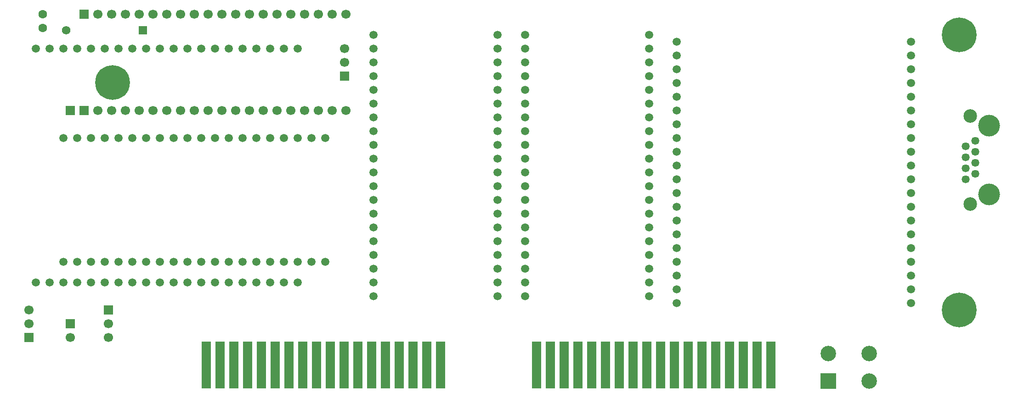
<source format=gts>
%TF.GenerationSoftware,KiCad,Pcbnew,9.0.4*%
%TF.CreationDate,2025-09-12T12:46:12+02:00*%
%TF.ProjectId,GPIO Controller Board,4750494f-2043-46f6-9e74-726f6c6c6572,Pico GPIO Wide*%
%TF.SameCoordinates,Original*%
%TF.FileFunction,Soldermask,Top*%
%TF.FilePolarity,Negative*%
%FSLAX46Y46*%
G04 Gerber Fmt 4.6, Leading zero omitted, Abs format (unit mm)*
G04 Created by KiCad (PCBNEW 9.0.4) date 2025-09-12 12:46:12*
%MOMM*%
%LPD*%
G01*
G04 APERTURE LIST*
%ADD10C,1.500000*%
%ADD11C,6.400000*%
%ADD12C,1.700000*%
%ADD13R,1.700000X1.700000*%
%ADD14C,1.600000*%
%ADD15R,1.780000X8.620000*%
%ADD16C,2.500000*%
%ADD17C,1.470000*%
%ADD18C,4.000000*%
%ADD19C,2.850000*%
%ADD20R,2.850000X2.850000*%
%ADD21C,1.575000*%
%ADD22R,1.575000X1.575000*%
G04 APERTURE END LIST*
D10*
%TO.C,B1*%
X161290000Y46990000D03*
X161290000Y44450000D03*
X161290000Y41910000D03*
X161290000Y39370000D03*
X161290000Y36830000D03*
X161290000Y34290000D03*
X161290000Y31750000D03*
X161290000Y29210000D03*
X161290000Y26670000D03*
X161290000Y24130000D03*
X161290000Y21590000D03*
X161290000Y19050000D03*
X161290000Y16510000D03*
X161290000Y13970000D03*
X161290000Y11430000D03*
X161290000Y8890000D03*
X161290000Y6350000D03*
X161290000Y3810000D03*
X161290000Y1270000D03*
X161290000Y-1270000D03*
X118110000Y-1270000D03*
X118110000Y1270000D03*
X118110000Y3810000D03*
X118110000Y6350000D03*
X118110000Y8890000D03*
X118110000Y11430000D03*
X118110000Y13970000D03*
X118110000Y16510000D03*
X118110000Y19050000D03*
X118110000Y21590000D03*
X118110000Y24130000D03*
X118110000Y26670000D03*
X118110000Y29210000D03*
X118110000Y31750000D03*
X118110000Y34290000D03*
X118110000Y36830000D03*
X118110000Y39370000D03*
X118110000Y41910000D03*
X118110000Y44450000D03*
X118110000Y46990000D03*
%TD*%
%TO.C,B2*%
X53340000Y6350000D03*
X50800000Y6350000D03*
X48260000Y6350000D03*
X45720000Y6350000D03*
X43180000Y6350000D03*
X40640000Y6350000D03*
X38100000Y6350000D03*
X35560000Y6350000D03*
X33020000Y6350000D03*
X30480000Y6350000D03*
X27940000Y6350000D03*
X25400000Y6350000D03*
X22860000Y6350000D03*
X20320000Y6350000D03*
X17780000Y6350000D03*
X15240000Y6350000D03*
X12700000Y6350000D03*
X10160000Y6350000D03*
X7620000Y6350000D03*
X5080000Y6350000D03*
X5080000Y29210000D03*
X7620000Y29210000D03*
X10160000Y29210000D03*
X12700000Y29210000D03*
X15240000Y29210000D03*
X17780000Y29210000D03*
X20320000Y29210000D03*
X22860000Y29210000D03*
X25400000Y29210000D03*
X27940000Y29210000D03*
X30480000Y29210000D03*
X33020000Y29210000D03*
X35560000Y29210000D03*
X38100000Y29210000D03*
X40640000Y29210000D03*
X43180000Y29210000D03*
X45720000Y29210000D03*
X48260000Y29210000D03*
X50800000Y29210000D03*
X53340000Y29210000D03*
%TD*%
%TO.C,B6*%
X113030000Y48260000D03*
X113030000Y45720000D03*
X113030000Y43180000D03*
X113030000Y40640000D03*
X113030000Y38100000D03*
X113030000Y35560000D03*
X113030000Y33020000D03*
X113030000Y30480000D03*
X113030000Y27940000D03*
X113030000Y25400000D03*
X113030000Y22860000D03*
X113030000Y20320000D03*
X113030000Y17780000D03*
X113030000Y15240000D03*
X113030000Y12700000D03*
X113030000Y10160000D03*
X113030000Y7620000D03*
X113030000Y5080000D03*
X113030000Y2540000D03*
X113030000Y0D03*
X90170000Y0D03*
X90170000Y2540000D03*
X90170000Y5080000D03*
X90170000Y7620000D03*
X90170000Y10160000D03*
X90170000Y12700000D03*
X90170000Y15240000D03*
X90170000Y17780000D03*
X90170000Y20320000D03*
X90170000Y22860000D03*
X90170000Y25400000D03*
X90170000Y27940000D03*
X90170000Y30480000D03*
X90170000Y33020000D03*
X90170000Y35560000D03*
X90170000Y38100000D03*
X90170000Y40640000D03*
X90170000Y43180000D03*
X90170000Y45720000D03*
X90170000Y48260000D03*
%TD*%
%TO.C,B5*%
X85090000Y48260000D03*
X85090000Y45720000D03*
X85090000Y43180000D03*
X85090000Y40640000D03*
X85090000Y38100000D03*
X85090000Y35560000D03*
X85090000Y33020000D03*
X85090000Y30480000D03*
X85090000Y27940000D03*
X85090000Y25400000D03*
X85090000Y22860000D03*
X85090000Y20320000D03*
X85090000Y17780000D03*
X85090000Y15240000D03*
X85090000Y12700000D03*
X85090000Y10160000D03*
X85090000Y7620000D03*
X85090000Y5080000D03*
X85090000Y2540000D03*
X85090000Y0D03*
X62230000Y0D03*
X62230000Y2540000D03*
X62230000Y5080000D03*
X62230000Y7620000D03*
X62230000Y10160000D03*
X62230000Y12700000D03*
X62230000Y15240000D03*
X62230000Y17780000D03*
X62230000Y20320000D03*
X62230000Y22860000D03*
X62230000Y25400000D03*
X62230000Y27940000D03*
X62230000Y30480000D03*
X62230000Y33020000D03*
X62230000Y35560000D03*
X62230000Y38100000D03*
X62230000Y40640000D03*
X62230000Y43180000D03*
X62230000Y45720000D03*
X62230000Y48260000D03*
%TD*%
%TO.C,B7*%
X0Y2540000D03*
X2540000Y2540000D03*
X5080000Y2540000D03*
X7620000Y2540000D03*
X10160000Y2540000D03*
X12700000Y2540000D03*
X15240000Y2540000D03*
X17780000Y2540000D03*
X20320000Y2540000D03*
X22860000Y2540000D03*
X25400000Y2540000D03*
X27940000Y2540000D03*
X30480000Y2540000D03*
X33020000Y2540000D03*
X35560000Y2540000D03*
X38100000Y2540000D03*
X40640000Y2540000D03*
X43180000Y2540000D03*
X45720000Y2540000D03*
X48260000Y2540000D03*
X48260000Y45720000D03*
X45720000Y45720000D03*
X43180000Y45720000D03*
X40640000Y45720000D03*
X38100000Y45720000D03*
X35560000Y45720000D03*
X33020000Y45720000D03*
X30480000Y45720000D03*
X27940000Y45720000D03*
X25400000Y45720000D03*
X22860000Y45720000D03*
X20320000Y45720000D03*
X17780000Y45720000D03*
X15240000Y45720000D03*
X12700000Y45720000D03*
X10160000Y45720000D03*
X7620000Y45720000D03*
X5080000Y45720000D03*
X2540000Y45720000D03*
X0Y45720000D03*
%TD*%
D11*
%TO.C,H2*%
X170180000Y48260000D03*
%TD*%
%TO.C,H3*%
X170180000Y-2540000D03*
%TD*%
D12*
%TO.C,J9*%
X13335000Y-7620000D03*
X13335000Y-5080000D03*
D13*
X13335000Y-2540000D03*
%TD*%
D14*
%TO.C,C2*%
X1270000Y52030000D03*
X1270000Y49530000D03*
%TD*%
D12*
%TO.C,J1*%
X56896000Y45720000D03*
X56896000Y43180000D03*
D13*
X56896000Y40640000D03*
%TD*%
D12*
%TO.C,J4*%
X-1270000Y-2540000D03*
X-1270000Y-5080000D03*
D13*
X-1270000Y-7620000D03*
%TD*%
D12*
%TO.C,J10*%
X6350000Y-7620000D03*
D13*
X6350000Y-5080000D03*
%TD*%
D12*
%TO.C,J6*%
X57150000Y52070000D03*
X54610000Y52070000D03*
X52070000Y52070000D03*
X49530000Y52070000D03*
X46990000Y52070000D03*
X44450000Y52070000D03*
X41910000Y52070000D03*
X39370000Y52070000D03*
X36830000Y52070000D03*
X34290000Y52070000D03*
X31750000Y52070000D03*
X29210000Y52070000D03*
X26670000Y52070000D03*
X24130000Y52070000D03*
X21590000Y52070000D03*
X19050000Y52070000D03*
X16510000Y52070000D03*
X13970000Y52070000D03*
X11430000Y52070000D03*
D13*
X8890000Y52070000D03*
%TD*%
D15*
%TO.C,J3*%
X135418148Y-12700000D03*
X132878148Y-12700000D03*
X130338148Y-12700000D03*
X127798148Y-12700000D03*
X125258148Y-12700000D03*
X122718148Y-12700000D03*
X120178148Y-12700000D03*
X117638148Y-12700000D03*
X115098148Y-12700000D03*
X112558148Y-12700000D03*
X110018148Y-12700000D03*
X107478148Y-12700000D03*
X104938148Y-12700000D03*
X102398148Y-12700000D03*
X99858148Y-12700000D03*
X97318148Y-12700000D03*
X94778148Y-12700000D03*
X92238148Y-12700000D03*
%TD*%
%TO.C,J2*%
X74549048Y-12700000D03*
X72009048Y-12700000D03*
X69469048Y-12700000D03*
X66929048Y-12700000D03*
X64389048Y-12700000D03*
X61849048Y-12700000D03*
X59309048Y-12700000D03*
X56769048Y-12700000D03*
X54229048Y-12700000D03*
X51689048Y-12700000D03*
X49149048Y-12700000D03*
X46609048Y-12700000D03*
X44069048Y-12700000D03*
X41529048Y-12700000D03*
X38989048Y-12700000D03*
X36449048Y-12700000D03*
X33909048Y-12700000D03*
X31369048Y-12700000D03*
%TD*%
D13*
%TO.C,J11*%
X6350000Y34290000D03*
%TD*%
D16*
%TO.C,J7*%
X172211000Y17016000D03*
X172211000Y33276000D03*
D17*
X171321000Y21586000D03*
X173101000Y22606000D03*
X171321000Y23626000D03*
X173101000Y24646000D03*
X171321000Y25666000D03*
X173101000Y26686000D03*
X171321000Y27706000D03*
X173101000Y28726000D03*
D18*
X175641000Y31496000D03*
X175641000Y18796000D03*
%TD*%
D12*
%TO.C,J5*%
X57150000Y34290000D03*
X54610000Y34290000D03*
X52070000Y34290000D03*
X49530000Y34290000D03*
X46990000Y34290000D03*
X44450000Y34290000D03*
X41910000Y34290000D03*
X39370000Y34290000D03*
X36830000Y34290000D03*
X34290000Y34290000D03*
X31750000Y34290000D03*
X29210000Y34290000D03*
X26670000Y34290000D03*
X24130000Y34290000D03*
X21590000Y34290000D03*
X19050000Y34290000D03*
X16510000Y34290000D03*
X13970000Y34290000D03*
X11430000Y34290000D03*
D13*
X8890000Y34290000D03*
%TD*%
D11*
%TO.C,H1*%
X14097000Y39497000D03*
%TD*%
D19*
%TO.C,J8*%
X153550000Y-10621000D03*
X146050000Y-10621000D03*
X153550000Y-15621000D03*
D20*
X146050000Y-15621000D03*
%TD*%
D21*
%TO.C,D1*%
X5584999Y49149000D03*
D22*
X19685000Y49149000D03*
%TD*%
M02*

</source>
